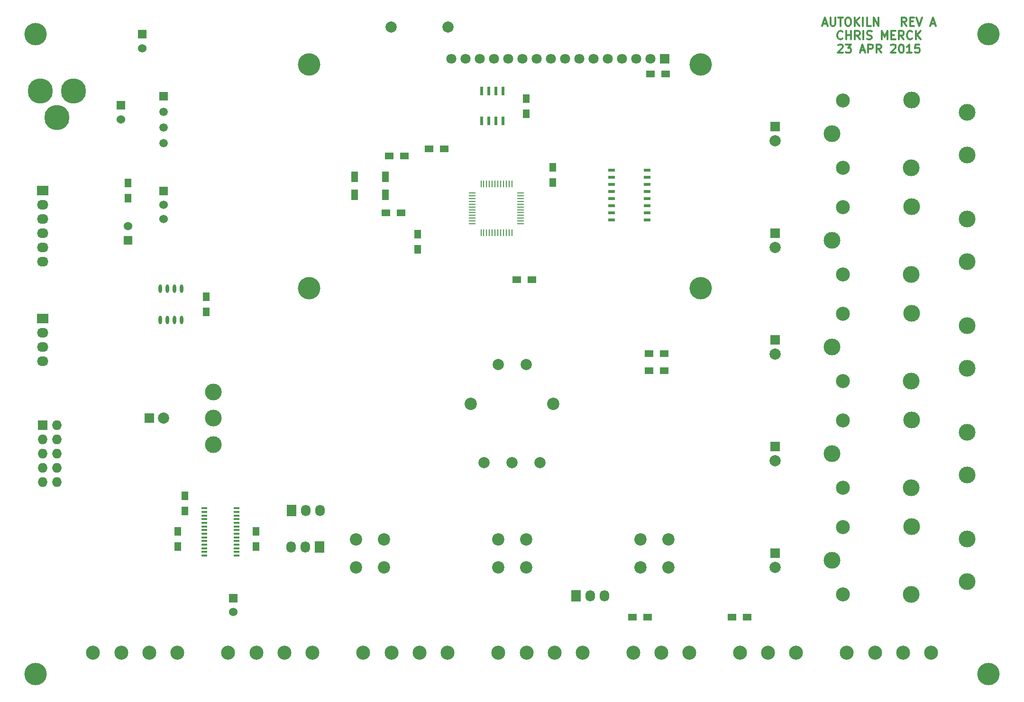
<source format=gbr>
G04 #@! TF.FileFunction,Soldermask,Top*
%FSLAX46Y46*%
G04 Gerber Fmt 4.6, Leading zero omitted, Abs format (unit mm)*
G04 Created by KiCad (PCBNEW 0.201503150816+5513~22~ubuntu14.04.1-product) date Thu 23 Apr 2015 07:30:57 PM EDT*
%MOMM*%
G01*
G04 APERTURE LIST*
%ADD10C,0.100000*%
%ADD11C,0.300000*%
%ADD12C,4.000000*%
%ADD13R,1.300000X1.500000*%
%ADD14R,1.524000X1.524000*%
%ADD15C,1.524000*%
%ADD16C,1.998980*%
%ADD17R,1.699260X1.699260*%
%ADD18R,1.727200X2.032000*%
%ADD19O,1.727200X2.032000*%
%ADD20C,2.500000*%
%ADD21C,3.000000*%
%ADD22R,2.032000X1.727200*%
%ADD23O,2.032000X1.727200*%
%ADD24C,4.500000*%
%ADD25R,1.500000X1.300000*%
%ADD26C,2.200000*%
%ADD27C,2.000000*%
%ADD28C,1.800000*%
%ADD29R,1.800000X1.800000*%
%ADD30R,1.100000X0.400000*%
%ADD31O,0.609600X1.473200*%
%ADD32C,1.500000*%
%ADD33R,1.500000X1.500000*%
%ADD34R,1.727200X1.727200*%
%ADD35O,1.727200X1.727200*%
%ADD36R,1.300000X0.250000*%
%ADD37R,0.250000X1.300000*%
%ADD38R,0.600000X1.550000*%
%ADD39R,1.143000X0.508000*%
%ADD40R,1.300000X1.900000*%
G04 APERTURE END LIST*
D10*
D11*
X197772000Y-36204000D02*
X198486286Y-36204000D01*
X197629143Y-36632571D02*
X198129143Y-35132571D01*
X198629143Y-36632571D01*
X199129143Y-35132571D02*
X199129143Y-36346857D01*
X199200571Y-36489714D01*
X199272000Y-36561143D01*
X199414857Y-36632571D01*
X199700571Y-36632571D01*
X199843429Y-36561143D01*
X199914857Y-36489714D01*
X199986286Y-36346857D01*
X199986286Y-35132571D01*
X200486286Y-35132571D02*
X201343429Y-35132571D01*
X200914858Y-36632571D02*
X200914858Y-35132571D01*
X202129143Y-35132571D02*
X202414857Y-35132571D01*
X202557715Y-35204000D01*
X202700572Y-35346857D01*
X202772000Y-35632571D01*
X202772000Y-36132571D01*
X202700572Y-36418286D01*
X202557715Y-36561143D01*
X202414857Y-36632571D01*
X202129143Y-36632571D01*
X201986286Y-36561143D01*
X201843429Y-36418286D01*
X201772000Y-36132571D01*
X201772000Y-35632571D01*
X201843429Y-35346857D01*
X201986286Y-35204000D01*
X202129143Y-35132571D01*
X203414858Y-36632571D02*
X203414858Y-35132571D01*
X204272001Y-36632571D02*
X203629144Y-35775429D01*
X204272001Y-35132571D02*
X203414858Y-35989714D01*
X204914858Y-36632571D02*
X204914858Y-35132571D01*
X206343430Y-36632571D02*
X205629144Y-36632571D01*
X205629144Y-35132571D01*
X206843430Y-36632571D02*
X206843430Y-35132571D01*
X207700573Y-36632571D01*
X207700573Y-35132571D01*
X212700573Y-36632571D02*
X212200573Y-35918286D01*
X211843430Y-36632571D02*
X211843430Y-35132571D01*
X212414858Y-35132571D01*
X212557716Y-35204000D01*
X212629144Y-35275429D01*
X212700573Y-35418286D01*
X212700573Y-35632571D01*
X212629144Y-35775429D01*
X212557716Y-35846857D01*
X212414858Y-35918286D01*
X211843430Y-35918286D01*
X213343430Y-35846857D02*
X213843430Y-35846857D01*
X214057716Y-36632571D02*
X213343430Y-36632571D01*
X213343430Y-35132571D01*
X214057716Y-35132571D01*
X214486287Y-35132571D02*
X214986287Y-36632571D01*
X215486287Y-35132571D01*
X217057715Y-36204000D02*
X217772001Y-36204000D01*
X216914858Y-36632571D02*
X217414858Y-35132571D01*
X217914858Y-36632571D01*
X201272000Y-38889714D02*
X201200571Y-38961143D01*
X200986285Y-39032571D01*
X200843428Y-39032571D01*
X200629143Y-38961143D01*
X200486285Y-38818286D01*
X200414857Y-38675429D01*
X200343428Y-38389714D01*
X200343428Y-38175429D01*
X200414857Y-37889714D01*
X200486285Y-37746857D01*
X200629143Y-37604000D01*
X200843428Y-37532571D01*
X200986285Y-37532571D01*
X201200571Y-37604000D01*
X201272000Y-37675429D01*
X201914857Y-39032571D02*
X201914857Y-37532571D01*
X201914857Y-38246857D02*
X202772000Y-38246857D01*
X202772000Y-39032571D02*
X202772000Y-37532571D01*
X204343429Y-39032571D02*
X203843429Y-38318286D01*
X203486286Y-39032571D02*
X203486286Y-37532571D01*
X204057714Y-37532571D01*
X204200572Y-37604000D01*
X204272000Y-37675429D01*
X204343429Y-37818286D01*
X204343429Y-38032571D01*
X204272000Y-38175429D01*
X204200572Y-38246857D01*
X204057714Y-38318286D01*
X203486286Y-38318286D01*
X204986286Y-39032571D02*
X204986286Y-37532571D01*
X205629143Y-38961143D02*
X205843429Y-39032571D01*
X206200572Y-39032571D01*
X206343429Y-38961143D01*
X206414858Y-38889714D01*
X206486286Y-38746857D01*
X206486286Y-38604000D01*
X206414858Y-38461143D01*
X206343429Y-38389714D01*
X206200572Y-38318286D01*
X205914858Y-38246857D01*
X205772000Y-38175429D01*
X205700572Y-38104000D01*
X205629143Y-37961143D01*
X205629143Y-37818286D01*
X205700572Y-37675429D01*
X205772000Y-37604000D01*
X205914858Y-37532571D01*
X206272000Y-37532571D01*
X206486286Y-37604000D01*
X208272000Y-39032571D02*
X208272000Y-37532571D01*
X208772000Y-38604000D01*
X209272000Y-37532571D01*
X209272000Y-39032571D01*
X209986286Y-38246857D02*
X210486286Y-38246857D01*
X210700572Y-39032571D02*
X209986286Y-39032571D01*
X209986286Y-37532571D01*
X210700572Y-37532571D01*
X212200572Y-39032571D02*
X211700572Y-38318286D01*
X211343429Y-39032571D02*
X211343429Y-37532571D01*
X211914857Y-37532571D01*
X212057715Y-37604000D01*
X212129143Y-37675429D01*
X212200572Y-37818286D01*
X212200572Y-38032571D01*
X212129143Y-38175429D01*
X212057715Y-38246857D01*
X211914857Y-38318286D01*
X211343429Y-38318286D01*
X213700572Y-38889714D02*
X213629143Y-38961143D01*
X213414857Y-39032571D01*
X213272000Y-39032571D01*
X213057715Y-38961143D01*
X212914857Y-38818286D01*
X212843429Y-38675429D01*
X212772000Y-38389714D01*
X212772000Y-38175429D01*
X212843429Y-37889714D01*
X212914857Y-37746857D01*
X213057715Y-37604000D01*
X213272000Y-37532571D01*
X213414857Y-37532571D01*
X213629143Y-37604000D01*
X213700572Y-37675429D01*
X214343429Y-39032571D02*
X214343429Y-37532571D01*
X215200572Y-39032571D02*
X214557715Y-38175429D01*
X215200572Y-37532571D02*
X214343429Y-38389714D01*
X200486287Y-40075429D02*
X200557716Y-40004000D01*
X200700573Y-39932571D01*
X201057716Y-39932571D01*
X201200573Y-40004000D01*
X201272002Y-40075429D01*
X201343430Y-40218286D01*
X201343430Y-40361143D01*
X201272002Y-40575429D01*
X200414859Y-41432571D01*
X201343430Y-41432571D01*
X201843430Y-39932571D02*
X202772001Y-39932571D01*
X202272001Y-40504000D01*
X202486287Y-40504000D01*
X202629144Y-40575429D01*
X202700573Y-40646857D01*
X202772001Y-40789714D01*
X202772001Y-41146857D01*
X202700573Y-41289714D01*
X202629144Y-41361143D01*
X202486287Y-41432571D01*
X202057715Y-41432571D01*
X201914858Y-41361143D01*
X201843430Y-41289714D01*
X204486286Y-41004000D02*
X205200572Y-41004000D01*
X204343429Y-41432571D02*
X204843429Y-39932571D01*
X205343429Y-41432571D01*
X205843429Y-41432571D02*
X205843429Y-39932571D01*
X206414857Y-39932571D01*
X206557715Y-40004000D01*
X206629143Y-40075429D01*
X206700572Y-40218286D01*
X206700572Y-40432571D01*
X206629143Y-40575429D01*
X206557715Y-40646857D01*
X206414857Y-40718286D01*
X205843429Y-40718286D01*
X208200572Y-41432571D02*
X207700572Y-40718286D01*
X207343429Y-41432571D02*
X207343429Y-39932571D01*
X207914857Y-39932571D01*
X208057715Y-40004000D01*
X208129143Y-40075429D01*
X208200572Y-40218286D01*
X208200572Y-40432571D01*
X208129143Y-40575429D01*
X208057715Y-40646857D01*
X207914857Y-40718286D01*
X207343429Y-40718286D01*
X209914857Y-40075429D02*
X209986286Y-40004000D01*
X210129143Y-39932571D01*
X210486286Y-39932571D01*
X210629143Y-40004000D01*
X210700572Y-40075429D01*
X210772000Y-40218286D01*
X210772000Y-40361143D01*
X210700572Y-40575429D01*
X209843429Y-41432571D01*
X210772000Y-41432571D01*
X211700571Y-39932571D02*
X211843428Y-39932571D01*
X211986285Y-40004000D01*
X212057714Y-40075429D01*
X212129143Y-40218286D01*
X212200571Y-40504000D01*
X212200571Y-40861143D01*
X212129143Y-41146857D01*
X212057714Y-41289714D01*
X211986285Y-41361143D01*
X211843428Y-41432571D01*
X211700571Y-41432571D01*
X211557714Y-41361143D01*
X211486285Y-41289714D01*
X211414857Y-41146857D01*
X211343428Y-40861143D01*
X211343428Y-40504000D01*
X211414857Y-40218286D01*
X211486285Y-40075429D01*
X211557714Y-40004000D01*
X211700571Y-39932571D01*
X213629142Y-41432571D02*
X212771999Y-41432571D01*
X213200571Y-41432571D02*
X213200571Y-39932571D01*
X213057714Y-40146857D01*
X212914856Y-40289714D01*
X212771999Y-40361143D01*
X214986285Y-39932571D02*
X214271999Y-39932571D01*
X214200570Y-40646857D01*
X214271999Y-40575429D01*
X214414856Y-40504000D01*
X214771999Y-40504000D01*
X214914856Y-40575429D01*
X214986285Y-40646857D01*
X215057713Y-40789714D01*
X215057713Y-41146857D01*
X214986285Y-41289714D01*
X214914856Y-41361143D01*
X214771999Y-41432571D01*
X214414856Y-41432571D01*
X214271999Y-41361143D01*
X214200570Y-41289714D01*
D12*
X57150000Y-38100000D03*
X57150000Y-152400000D03*
X227330000Y-38100000D03*
D13*
X83820000Y-120570000D03*
X83820000Y-123270000D03*
X82550000Y-126920000D03*
X82550000Y-129620000D03*
X96520000Y-126920000D03*
X96520000Y-129620000D03*
X87630000Y-87710000D03*
X87630000Y-85010000D03*
D14*
X76200000Y-38120000D03*
D15*
X76200000Y-40620000D03*
D13*
X73660000Y-64690000D03*
X73660000Y-67390000D03*
D14*
X73660000Y-74910000D03*
D15*
X73660000Y-72410000D03*
D14*
X72390000Y-50820000D03*
D15*
X72390000Y-53320000D03*
D14*
X92456000Y-138831000D03*
D15*
X92456000Y-141331000D03*
D16*
X189230000Y-57150000D03*
D17*
X189230000Y-54610000D03*
D16*
X189230000Y-95250000D03*
D17*
X189230000Y-92710000D03*
D16*
X189230000Y-114300000D03*
D17*
X189230000Y-111760000D03*
D16*
X189230000Y-76200000D03*
D17*
X189230000Y-73660000D03*
D16*
X189230000Y-133350000D03*
D17*
X189230000Y-130810000D03*
D16*
X80010000Y-106680000D03*
D17*
X77470000Y-106680000D03*
D18*
X102870000Y-123190000D03*
D19*
X105410000Y-123190000D03*
X107950000Y-123190000D03*
D18*
X107823000Y-129667000D03*
D19*
X105283000Y-129667000D03*
X102743000Y-129667000D03*
D18*
X153670000Y-138430000D03*
D19*
X156210000Y-138430000D03*
X158750000Y-138430000D03*
D20*
X201340000Y-61930000D03*
D21*
X213540000Y-61930000D03*
X213590000Y-49880000D03*
D20*
X201340000Y-49930000D03*
D21*
X199390000Y-55880000D03*
D20*
X201340000Y-80980000D03*
D21*
X213540000Y-80980000D03*
X213590000Y-68930000D03*
D20*
X201340000Y-68980000D03*
D21*
X199390000Y-74930000D03*
D20*
X201340000Y-100030000D03*
D21*
X213540000Y-100030000D03*
X213590000Y-87980000D03*
D20*
X201340000Y-88030000D03*
D21*
X199390000Y-93980000D03*
D20*
X201340000Y-138130000D03*
D21*
X213540000Y-138130000D03*
X213590000Y-126080000D03*
D20*
X201340000Y-126130000D03*
D21*
X199390000Y-132080000D03*
D20*
X201340000Y-119080000D03*
D21*
X213540000Y-119080000D03*
X213590000Y-107030000D03*
D20*
X201340000Y-107080000D03*
D21*
X199390000Y-113030000D03*
D22*
X58420000Y-88900000D03*
D23*
X58420000Y-91440000D03*
X58420000Y-93980000D03*
X58420000Y-96520000D03*
D22*
X58420000Y-66040000D03*
D23*
X58420000Y-68580000D03*
X58420000Y-71120000D03*
X58420000Y-73660000D03*
X58420000Y-76200000D03*
X58420000Y-78740000D03*
D20*
X82430000Y-148590000D03*
X77430000Y-148590000D03*
X72430000Y-148590000D03*
X67430000Y-148590000D03*
X106560000Y-148590000D03*
X101560000Y-148590000D03*
X96560000Y-148590000D03*
X91560000Y-148590000D03*
X130690000Y-148590000D03*
X125690000Y-148590000D03*
X120690000Y-148590000D03*
X115690000Y-148590000D03*
X154820000Y-148590000D03*
X149820000Y-148590000D03*
X144820000Y-148590000D03*
X139820000Y-148590000D03*
D21*
X223520000Y-52070000D03*
X223520000Y-59690000D03*
X223520000Y-71120000D03*
X223520000Y-78740000D03*
X223520000Y-90170000D03*
X223520000Y-97790000D03*
X223520000Y-128270000D03*
X223520000Y-135890000D03*
X223520000Y-109220000D03*
X223520000Y-116840000D03*
D20*
X217050000Y-148590000D03*
X212050000Y-148590000D03*
X207050000Y-148590000D03*
X202050000Y-148590000D03*
X173910000Y-148590000D03*
X163910000Y-148590000D03*
X168910000Y-148590000D03*
X192960000Y-148590000D03*
X182960000Y-148590000D03*
X187960000Y-148590000D03*
D24*
X57960000Y-48260000D03*
X63960000Y-48260000D03*
X60960000Y-52960000D03*
D16*
X120650000Y-36830000D03*
X130810000Y-36830000D03*
D25*
X169371000Y-98171000D03*
X166671000Y-98171000D03*
X166450000Y-142240000D03*
X163750000Y-142240000D03*
X184230000Y-142240000D03*
X181530000Y-142240000D03*
X169371000Y-95123000D03*
X166671000Y-95123000D03*
D26*
X139740000Y-128310000D03*
X144740000Y-133310000D03*
X144740000Y-128310000D03*
X139740000Y-133310000D03*
X114340000Y-128310000D03*
X119340000Y-133310000D03*
X119340000Y-128310000D03*
X114340000Y-133310000D03*
X165140000Y-128310000D03*
X170140000Y-133310000D03*
X170140000Y-128310000D03*
X165140000Y-133310000D03*
X134840000Y-104140000D03*
D27*
X137240000Y-114640000D03*
X142240000Y-114640000D03*
X147240000Y-114640000D03*
X139740000Y-97140000D03*
X144740000Y-97140000D03*
D26*
X149640000Y-104140000D03*
D21*
X88900000Y-111380000D03*
X88900000Y-101980000D03*
X88900000Y-106680000D03*
D28*
X133910000Y-42500000D03*
X131370000Y-42500000D03*
X136450000Y-42500000D03*
X161850000Y-42500000D03*
X149150000Y-42500000D03*
X146610000Y-42500000D03*
X144070000Y-42500000D03*
X141530000Y-42500000D03*
X151690000Y-42500000D03*
X154230000Y-42500000D03*
X156770000Y-42500000D03*
X138990000Y-42500000D03*
X159310000Y-42500000D03*
X164390000Y-42500000D03*
X166930000Y-42500000D03*
D12*
X175970000Y-83500000D03*
X105970000Y-83500000D03*
X105970000Y-43500000D03*
X175970000Y-43500000D03*
D29*
X169470000Y-42500000D03*
D30*
X87320000Y-122775000D03*
X87320000Y-123425000D03*
X87320000Y-124075000D03*
X87320000Y-124725000D03*
X87320000Y-125375000D03*
X87320000Y-126025000D03*
X87320000Y-126675000D03*
X87320000Y-127325000D03*
X87320000Y-127975000D03*
X87320000Y-128625000D03*
X87320000Y-129275000D03*
X87320000Y-129925000D03*
X87320000Y-130575000D03*
X87320000Y-131225000D03*
X93020000Y-131225000D03*
X93020000Y-130575000D03*
X93020000Y-129925000D03*
X93020000Y-129275000D03*
X93020000Y-128625000D03*
X93020000Y-127975000D03*
X93020000Y-127325000D03*
X93020000Y-126675000D03*
X93020000Y-126025000D03*
X93020000Y-125375000D03*
X93020000Y-124725000D03*
X93020000Y-124075000D03*
X93020000Y-123425000D03*
X93020000Y-122775000D03*
D15*
X80010000Y-71080000D03*
D14*
X80010000Y-66080000D03*
D15*
X80010000Y-68580000D03*
D31*
X79375000Y-89154000D03*
X80645000Y-89154000D03*
X81915000Y-89154000D03*
X83185000Y-89154000D03*
X83185000Y-83566000D03*
X81915000Y-83566000D03*
X80645000Y-83566000D03*
X79375000Y-83566000D03*
D32*
X80010000Y-57540000D03*
D33*
X80010000Y-49140000D03*
D32*
X80010000Y-51940000D03*
X80010000Y-54740000D03*
D12*
X227330000Y-152400000D03*
D34*
X58420000Y-107950000D03*
D35*
X60960000Y-107950000D03*
X58420000Y-110490000D03*
X60960000Y-110490000D03*
X58420000Y-113030000D03*
X60960000Y-113030000D03*
X58420000Y-115570000D03*
X60960000Y-115570000D03*
X58420000Y-118110000D03*
X60960000Y-118110000D03*
D13*
X144780000Y-52277000D03*
X144780000Y-49577000D03*
X149479000Y-61896000D03*
X149479000Y-64596000D03*
D25*
X145749000Y-81915000D03*
X143049000Y-81915000D03*
D13*
X125349000Y-76534000D03*
X125349000Y-73834000D03*
D25*
X127428000Y-58547000D03*
X130128000Y-58547000D03*
X123016000Y-59817000D03*
X120316000Y-59817000D03*
X122381000Y-69977000D03*
X119681000Y-69977000D03*
X166925000Y-45212000D03*
X169625000Y-45212000D03*
D36*
X135096000Y-66465000D03*
X135096000Y-66965000D03*
X135096000Y-67465000D03*
X135096000Y-67965000D03*
X135096000Y-68465000D03*
X135096000Y-68965000D03*
X135096000Y-69465000D03*
X135096000Y-69965000D03*
X135096000Y-70465000D03*
X135096000Y-70965000D03*
X135096000Y-71465000D03*
X135096000Y-71965000D03*
D37*
X136696000Y-73565000D03*
X137196000Y-73565000D03*
X137696000Y-73565000D03*
X138196000Y-73565000D03*
X138696000Y-73565000D03*
X139196000Y-73565000D03*
X139696000Y-73565000D03*
X140196000Y-73565000D03*
X140696000Y-73565000D03*
X141196000Y-73565000D03*
X141696000Y-73565000D03*
X142196000Y-73565000D03*
D36*
X143796000Y-71965000D03*
X143796000Y-71465000D03*
X143796000Y-70965000D03*
X143796000Y-70465000D03*
X143796000Y-69965000D03*
X143796000Y-69465000D03*
X143796000Y-68965000D03*
X143796000Y-68465000D03*
X143796000Y-67965000D03*
X143796000Y-67465000D03*
X143796000Y-66965000D03*
X143796000Y-66465000D03*
D37*
X142196000Y-64865000D03*
X141696000Y-64865000D03*
X141196000Y-64865000D03*
X140696000Y-64865000D03*
X140196000Y-64865000D03*
X139696000Y-64865000D03*
X139196000Y-64865000D03*
X138696000Y-64865000D03*
X138196000Y-64865000D03*
X137696000Y-64865000D03*
X137196000Y-64865000D03*
X136696000Y-64865000D03*
D38*
X140589000Y-48227000D03*
X139319000Y-48227000D03*
X138049000Y-48227000D03*
X136779000Y-48227000D03*
X136779000Y-53627000D03*
X138049000Y-53627000D03*
X139319000Y-53627000D03*
X140589000Y-53627000D03*
D39*
X166370000Y-62357000D03*
X166370000Y-64897000D03*
X166370000Y-66167000D03*
X166370000Y-67437000D03*
X166370000Y-68707000D03*
X166370000Y-69977000D03*
X166370000Y-71247000D03*
X160020000Y-71247000D03*
X160020000Y-69977000D03*
X160020000Y-68707000D03*
X160020000Y-67437000D03*
X160020000Y-66167000D03*
X160020000Y-64897000D03*
X160020000Y-63627000D03*
X160020000Y-62357000D03*
X166370000Y-63627000D03*
D40*
X114090000Y-66751000D03*
X119590000Y-66751000D03*
X119590000Y-63551000D03*
X114090000Y-63551000D03*
M02*

</source>
